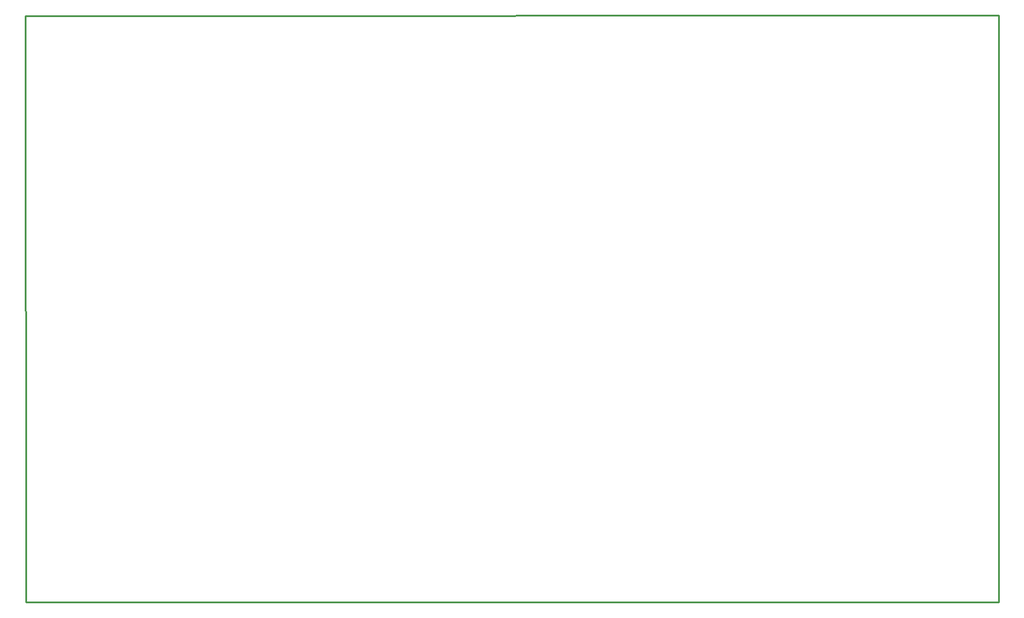
<source format=gko>
G04 Layer: BoardOutlineLayer*
G04 EasyEDA v6.5.22, 2023-04-21 15:38:10*
G04 6d2149ed1d2646eb8880a206008ce751,0d2cea57a9a8422ebbcee2df73fbc454,10*
G04 Gerber Generator version 0.2*
G04 Scale: 100 percent, Rotated: No, Reflected: No *
G04 Dimensions in millimeters *
G04 leading zeros omitted , absolute positions ,4 integer and 5 decimal *
%FSLAX45Y45*%
%MOMM*%

%ADD10C,0.2540*%
D10*
X0Y8432782D02*
G01*
X13999977Y8445500D01*
X13999977Y0D01*
X12700Y0D01*
X0Y8432800D01*

%LPD*%
M02*

</source>
